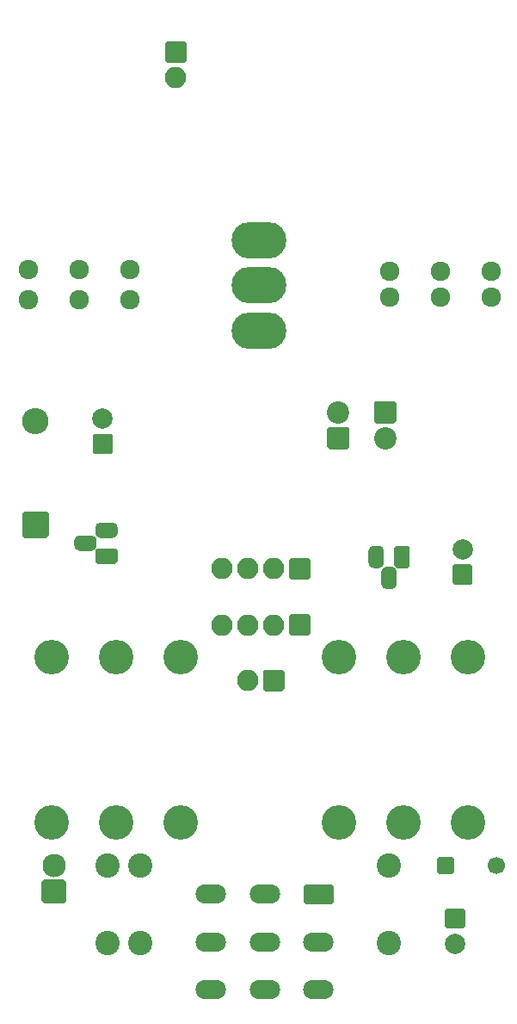
<source format=gbs>
G04 #@! TF.GenerationSoftware,KiCad,Pcbnew,7.0.5.1-1-g8f565ef7f0-dirty-deb11*
G04 #@! TF.CreationDate,2023-08-09T17:10:44+00:00*
G04 #@! TF.ProjectId,GreenBean,47726565-6e42-4656-916e-2e6b69636164,rev?*
G04 #@! TF.SameCoordinates,Original*
G04 #@! TF.FileFunction,Soldermask,Bot*
G04 #@! TF.FilePolarity,Negative*
%FSLAX46Y46*%
G04 Gerber Fmt 4.6, Leading zero omitted, Abs format (unit mm)*
G04 Created by KiCad (PCBNEW 7.0.5.1-1-g8f565ef7f0-dirty-deb11) date 2023-08-09 17:10:44*
%MOMM*%
%LPD*%
G01*
G04 APERTURE LIST*
%ADD10O,3.000000X1.900000*%
%ADD11C,3.400000*%
%ADD12O,2.100000X2.100000*%
%ADD13C,2.000000*%
%ADD14C,2.300000*%
%ADD15C,2.398980*%
%ADD16C,1.700000*%
%ADD17O,5.400000X3.600000*%
%ADD18C,2.200000*%
%ADD19O,2.600000X2.600000*%
%ADD20C,1.924000*%
G04 APERTURE END LIST*
G36*
G01*
X150050000Y-137075000D02*
X150050000Y-138575000D01*
G75*
G02*
X149850000Y-138775000I-200000J0D01*
G01*
X147250000Y-138775000D01*
G75*
G02*
X147050000Y-138575000I0J200000D01*
G01*
X147050000Y-137075000D01*
G75*
G02*
X147250000Y-136875000I200000J0D01*
G01*
X149850000Y-136875000D01*
G75*
G02*
X150050000Y-137075000I0J-200000D01*
G01*
G37*
D10*
X143250000Y-137825000D03*
X137950000Y-137825000D03*
X148550000Y-142525000D03*
X143250000Y-142550000D03*
X137950000Y-142525000D03*
X148550000Y-147225000D03*
X143250000Y-147225000D03*
X137950000Y-147225000D03*
D11*
X128660000Y-130730000D03*
X128660000Y-114500000D03*
X122310000Y-130730000D03*
X122310000Y-114500000D03*
X135010000Y-130730000D03*
X135010000Y-114500000D03*
G36*
G01*
X133460000Y-55850000D02*
X133460000Y-54150000D01*
G75*
G02*
X133660000Y-53950000I200000J0D01*
G01*
X135360000Y-53950000D01*
G75*
G02*
X135560000Y-54150000I0J-200000D01*
G01*
X135560000Y-55850000D01*
G75*
G02*
X135360000Y-56050000I-200000J0D01*
G01*
X133660000Y-56050000D01*
G75*
G02*
X133460000Y-55850000I0J200000D01*
G01*
G37*
D12*
X134510000Y-57540000D03*
G36*
G01*
X145850000Y-110300000D02*
X147550000Y-110300000D01*
G75*
G02*
X147750000Y-110500000I0J-200000D01*
G01*
X147750000Y-112200000D01*
G75*
G02*
X147550000Y-112400000I-200000J0D01*
G01*
X145850000Y-112400000D01*
G75*
G02*
X145650000Y-112200000I0J200000D01*
G01*
X145650000Y-110500000D01*
G75*
G02*
X145850000Y-110300000I200000J0D01*
G01*
G37*
X144160000Y-111350000D03*
X141620000Y-111350000D03*
X139080000Y-111350000D03*
G36*
G01*
X145850000Y-104750000D02*
X147550000Y-104750000D01*
G75*
G02*
X147750000Y-104950000I0J-200000D01*
G01*
X147750000Y-106650000D01*
G75*
G02*
X147550000Y-106850000I-200000J0D01*
G01*
X145850000Y-106850000D01*
G75*
G02*
X145650000Y-106650000I0J200000D01*
G01*
X145650000Y-104950000D01*
G75*
G02*
X145850000Y-104750000I200000J0D01*
G01*
G37*
X144160000Y-105800000D03*
X141620000Y-105800000D03*
X139080000Y-105800000D03*
G36*
G01*
X161200000Y-139200000D02*
X162800000Y-139200000D01*
G75*
G02*
X163000000Y-139400000I0J-200000D01*
G01*
X163000000Y-141000000D01*
G75*
G02*
X162800000Y-141200000I-200000J0D01*
G01*
X161200000Y-141200000D01*
G75*
G02*
X161000000Y-141000000I0J200000D01*
G01*
X161000000Y-139400000D01*
G75*
G02*
X161200000Y-139200000I200000J0D01*
G01*
G37*
D13*
X162000000Y-142700000D03*
G36*
G01*
X123700000Y-136590000D02*
X123700000Y-138490000D01*
G75*
G02*
X123500000Y-138690000I-200000J0D01*
G01*
X121500000Y-138690000D01*
G75*
G02*
X121300000Y-138490000I0J200000D01*
G01*
X121300000Y-136590000D01*
G75*
G02*
X121500000Y-136390000I200000J0D01*
G01*
X123500000Y-136390000D01*
G75*
G02*
X123700000Y-136590000I0J-200000D01*
G01*
G37*
D14*
X122500000Y-135000000D03*
D15*
X155500000Y-135000000D03*
X155500000Y-142620000D03*
X127760000Y-142600000D03*
X127760000Y-134980000D03*
X131010000Y-135000000D03*
X131010000Y-142620000D03*
G36*
G01*
X160200000Y-135650000D02*
X160200000Y-134350000D01*
G75*
G02*
X160400000Y-134150000I200000J0D01*
G01*
X161700000Y-134150000D01*
G75*
G02*
X161900000Y-134350000I0J-200000D01*
G01*
X161900000Y-135650000D01*
G75*
G02*
X161700000Y-135850000I-200000J0D01*
G01*
X160400000Y-135850000D01*
G75*
G02*
X160200000Y-135650000I0J200000D01*
G01*
G37*
D16*
X166050000Y-135000000D03*
G36*
G01*
X143290000Y-115760000D02*
X144990000Y-115760000D01*
G75*
G02*
X145190000Y-115960000I0J-200000D01*
G01*
X145190000Y-117660000D01*
G75*
G02*
X144990000Y-117860000I-200000J0D01*
G01*
X143290000Y-117860000D01*
G75*
G02*
X143090000Y-117660000I0J200000D01*
G01*
X143090000Y-115960000D01*
G75*
G02*
X143290000Y-115760000I200000J0D01*
G01*
G37*
D12*
X141600000Y-116810000D03*
D11*
X156925000Y-114500000D03*
X156925000Y-130730000D03*
X163275000Y-114500000D03*
X163275000Y-130730000D03*
X150575000Y-114500000D03*
X150575000Y-130730000D03*
D17*
X142710000Y-82400000D03*
X142710000Y-77950000D03*
X142710000Y-73500000D03*
G36*
G01*
X151410000Y-94075000D02*
X149610000Y-94075000D01*
G75*
G02*
X149410000Y-93875000I0J200000D01*
G01*
X149410000Y-92075000D01*
G75*
G02*
X149610000Y-91875000I200000J0D01*
G01*
X151410000Y-91875000D01*
G75*
G02*
X151610000Y-92075000I0J-200000D01*
G01*
X151610000Y-93875000D01*
G75*
G02*
X151410000Y-94075000I-200000J0D01*
G01*
G37*
D18*
X150510000Y-90435000D03*
G36*
G01*
X154210000Y-89325000D02*
X156010000Y-89325000D01*
G75*
G02*
X156210000Y-89525000I0J-200000D01*
G01*
X156210000Y-91325000D01*
G75*
G02*
X156010000Y-91525000I-200000J0D01*
G01*
X154210000Y-91525000D01*
G75*
G02*
X154010000Y-91325000I0J200000D01*
G01*
X154010000Y-89525000D01*
G75*
G02*
X154210000Y-89325000I200000J0D01*
G01*
G37*
X155110000Y-92965000D03*
G36*
G01*
X128110000Y-94552651D02*
X126510000Y-94552651D01*
G75*
G02*
X126310000Y-94352651I0J200000D01*
G01*
X126310000Y-92752651D01*
G75*
G02*
X126510000Y-92552651I200000J0D01*
G01*
X128110000Y-92552651D01*
G75*
G02*
X128310000Y-92752651I0J-200000D01*
G01*
X128310000Y-94352651D01*
G75*
G02*
X128110000Y-94552651I-200000J0D01*
G01*
G37*
D13*
X127310000Y-91052651D03*
G36*
G01*
X157510000Y-103750000D02*
X157510000Y-105550000D01*
G75*
G02*
X157310000Y-105750000I-200000J0D01*
G01*
X156210000Y-105750000D01*
G75*
G02*
X156010000Y-105550000I0J200000D01*
G01*
X156010000Y-103750000D01*
G75*
G02*
X156210000Y-103550000I200000J0D01*
G01*
X157310000Y-103550000D01*
G75*
G02*
X157510000Y-103750000I0J-200000D01*
G01*
G37*
G36*
G01*
X156240000Y-106095000D02*
X156240000Y-107345000D01*
G75*
G02*
X155765000Y-107820000I-475000J0D01*
G01*
X155215000Y-107820000D01*
G75*
G02*
X154740000Y-107345000I0J475000D01*
G01*
X154740000Y-106095000D01*
G75*
G02*
X155215000Y-105620000I475000J0D01*
G01*
X155765000Y-105620000D01*
G75*
G02*
X156240000Y-106095000I0J-475000D01*
G01*
G37*
G36*
G01*
X154970000Y-104025000D02*
X154970000Y-105275000D01*
G75*
G02*
X154495000Y-105750000I-475000J0D01*
G01*
X153945000Y-105750000D01*
G75*
G02*
X153470000Y-105275000I0J475000D01*
G01*
X153470000Y-104025000D01*
G75*
G02*
X153945000Y-103550000I475000J0D01*
G01*
X154495000Y-103550000D01*
G75*
G02*
X154970000Y-104025000I0J-475000D01*
G01*
G37*
G36*
G01*
X163510000Y-107400000D02*
X161910000Y-107400000D01*
G75*
G02*
X161710000Y-107200000I0J200000D01*
G01*
X161710000Y-105600000D01*
G75*
G02*
X161910000Y-105400000I200000J0D01*
G01*
X163510000Y-105400000D01*
G75*
G02*
X163710000Y-105600000I0J-200000D01*
G01*
X163710000Y-107200000D01*
G75*
G02*
X163510000Y-107400000I-200000J0D01*
G01*
G37*
X162710000Y-103900000D03*
G36*
G01*
X128580000Y-105320000D02*
X126780000Y-105320000D01*
G75*
G02*
X126580000Y-105120000I0J200000D01*
G01*
X126580000Y-104020000D01*
G75*
G02*
X126780000Y-103820000I200000J0D01*
G01*
X128580000Y-103820000D01*
G75*
G02*
X128780000Y-104020000I0J-200000D01*
G01*
X128780000Y-105120000D01*
G75*
G02*
X128580000Y-105320000I-200000J0D01*
G01*
G37*
G36*
G01*
X126235000Y-104050000D02*
X124985000Y-104050000D01*
G75*
G02*
X124510000Y-103575000I0J475000D01*
G01*
X124510000Y-103025000D01*
G75*
G02*
X124985000Y-102550000I475000J0D01*
G01*
X126235000Y-102550000D01*
G75*
G02*
X126710000Y-103025000I0J-475000D01*
G01*
X126710000Y-103575000D01*
G75*
G02*
X126235000Y-104050000I-475000J0D01*
G01*
G37*
G36*
G01*
X128305000Y-102780000D02*
X127055000Y-102780000D01*
G75*
G02*
X126580000Y-102305000I0J475000D01*
G01*
X126580000Y-101755000D01*
G75*
G02*
X127055000Y-101280000I475000J0D01*
G01*
X128305000Y-101280000D01*
G75*
G02*
X128780000Y-101755000I0J-475000D01*
G01*
X128780000Y-102305000D01*
G75*
G02*
X128305000Y-102780000I-475000J0D01*
G01*
G37*
G36*
G01*
X121810000Y-102780000D02*
X119610000Y-102780000D01*
G75*
G02*
X119410000Y-102580000I0J200000D01*
G01*
X119410000Y-100380000D01*
G75*
G02*
X119610000Y-100180000I200000J0D01*
G01*
X121810000Y-100180000D01*
G75*
G02*
X122010000Y-100380000I0J-200000D01*
G01*
X122010000Y-102580000D01*
G75*
G02*
X121810000Y-102780000I-200000J0D01*
G01*
G37*
D19*
X120710000Y-91320000D03*
D20*
X155510000Y-79154168D03*
X160510000Y-79154168D03*
X165510000Y-79154168D03*
X130010000Y-76445832D03*
X125010000Y-76445832D03*
X120010000Y-76445832D03*
X165510000Y-76550000D03*
X160510000Y-76550000D03*
X155510000Y-76550000D03*
X120010000Y-79404168D03*
X125010000Y-79404168D03*
X130010000Y-79404168D03*
M02*

</source>
